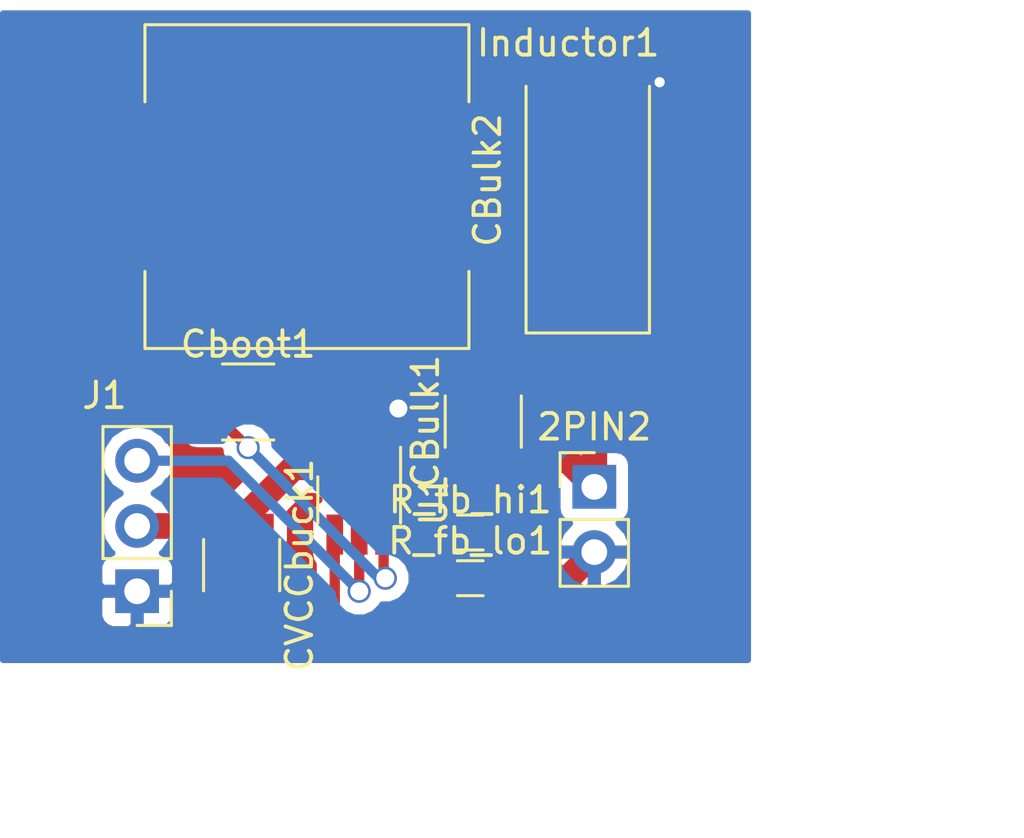
<source format=kicad_pcb>
(kicad_pcb (version 4) (host pcbnew 4.0.5)

  (general
    (links 18)
    (no_connects 0)
    (area 124.206 91.186 167.87 125.890001)
    (thickness 1.6)
    (drawings 2)
    (tracks 54)
    (zones 0)
    (modules 10)
    (nets 8)
  )

  (page A4)
  (layers
    (0 F.Cu signal)
    (31 B.Cu signal)
    (32 B.Adhes user)
    (33 F.Adhes user)
    (34 B.Paste user)
    (35 F.Paste user)
    (36 B.SilkS user)
    (37 F.SilkS user)
    (38 B.Mask user)
    (39 F.Mask user)
    (40 Dwgs.User user)
    (41 Cmts.User user)
    (42 Eco1.User user)
    (43 Eco2.User user)
    (44 Edge.Cuts user)
    (45 Margin user)
    (46 B.CrtYd user)
    (47 F.CrtYd user)
    (48 B.Fab user)
    (49 F.Fab user)
  )

  (setup
    (last_trace_width 0.4)
    (user_trace_width 0.4)
    (user_trace_width 1)
    (user_trace_width 1.5)
    (trace_clearance 0.2)
    (zone_clearance 0.45)
    (zone_45_only no)
    (trace_min 0.2)
    (segment_width 0.2)
    (edge_width 0.15)
    (via_size 0.9)
    (via_drill 0.7)
    (via_min_size 0.4)
    (via_min_drill 0.3)
    (uvia_size 0.3)
    (uvia_drill 0.1)
    (uvias_allowed no)
    (uvia_min_size 0.2)
    (uvia_min_drill 0.1)
    (pcb_text_width 0.3)
    (pcb_text_size 1.5 1.5)
    (mod_edge_width 0.15)
    (mod_text_size 1 1)
    (mod_text_width 0.15)
    (pad_size 1.524 1.524)
    (pad_drill 0.762)
    (pad_to_mask_clearance 0.2)
    (aux_axis_origin 0 0)
    (visible_elements 7FFFFFFF)
    (pcbplotparams
      (layerselection 0x00030_80000001)
      (usegerberextensions false)
      (excludeedgelayer true)
      (linewidth 0.100000)
      (plotframeref false)
      (viasonmask false)
      (mode 1)
      (useauxorigin false)
      (hpglpennumber 1)
      (hpglpenspeed 20)
      (hpglpendiameter 15)
      (hpglpenoverlay 2)
      (psnegative false)
      (psa4output false)
      (plotreference true)
      (plotvalue true)
      (plotinvisibletext false)
      (padsonsilk false)
      (subtractmaskfromsilk false)
      (outputformat 1)
      (mirror false)
      (drillshape 1)
      (scaleselection 1)
      (outputdirectory ""))
  )

  (net 0 "")
  (net 1 GND)
  (net 2 "Net-(2PIN2-Pad1)")
  (net 3 "Net-(Cboot1-Pad1)")
  (net 4 "Net-(Cboot1-Pad2)")
  (net 5 "Net-(R_fb_hi1-Pad2)")
  (net 6 "Net-(CVCCbuck1-Pad1)")
  (net 7 "Net-(J1-Pad3)")

  (net_class Default "This is the default net class."
    (clearance 0.2)
    (trace_width 0.25)
    (via_dia 0.9)
    (via_drill 0.7)
    (uvia_dia 0.3)
    (uvia_drill 0.1)
    (add_net GND)
    (add_net "Net-(2PIN2-Pad1)")
    (add_net "Net-(CVCCbuck1-Pad1)")
    (add_net "Net-(Cboot1-Pad1)")
    (add_net "Net-(Cboot1-Pad2)")
    (add_net "Net-(J1-Pad3)")
    (add_net "Net-(R_fb_hi1-Pad2)")
  )

  (module Socket_Strips:Socket_Strip_Straight_1x02_Pitch2.54mm (layer F.Cu) (tedit 594141DF) (tstamp 59413D1A)
    (at 147.32 110.236)
    (descr "Through hole straight socket strip, 1x02, 2.54mm pitch, single row")
    (tags "Through hole socket strip THT 1x02 2.54mm single row")
    (path /59413F47)
    (fp_text reference 2PIN2 (at 0 -2.33) (layer F.SilkS)
      (effects (font (size 1 1) (thickness 0.15)))
    )
    (fp_text value INPUT (at 3.048 1.524 90) (layer F.Fab)
      (effects (font (size 1 1) (thickness 0.15)))
    )
    (fp_line (start -1.27 -1.27) (end -1.27 3.81) (layer F.Fab) (width 0.1))
    (fp_line (start -1.27 3.81) (end 1.27 3.81) (layer F.Fab) (width 0.1))
    (fp_line (start 1.27 3.81) (end 1.27 -1.27) (layer F.Fab) (width 0.1))
    (fp_line (start 1.27 -1.27) (end -1.27 -1.27) (layer F.Fab) (width 0.1))
    (fp_line (start -1.33 1.27) (end -1.33 3.87) (layer F.SilkS) (width 0.12))
    (fp_line (start -1.33 3.87) (end 1.33 3.87) (layer F.SilkS) (width 0.12))
    (fp_line (start 1.33 3.87) (end 1.33 1.27) (layer F.SilkS) (width 0.12))
    (fp_line (start 1.33 1.27) (end -1.33 1.27) (layer F.SilkS) (width 0.12))
    (fp_line (start -1.33 0) (end -1.33 -1.33) (layer F.SilkS) (width 0.12))
    (fp_line (start -1.33 -1.33) (end 0 -1.33) (layer F.SilkS) (width 0.12))
    (fp_line (start -1.8 -1.8) (end -1.8 4.35) (layer F.CrtYd) (width 0.05))
    (fp_line (start -1.8 4.35) (end 1.8 4.35) (layer F.CrtYd) (width 0.05))
    (fp_line (start 1.8 4.35) (end 1.8 -1.8) (layer F.CrtYd) (width 0.05))
    (fp_line (start 1.8 -1.8) (end -1.8 -1.8) (layer F.CrtYd) (width 0.05))
    (fp_text user %R (at 0 -2.33) (layer F.Fab)
      (effects (font (size 1 1) (thickness 0.15)))
    )
    (pad 1 thru_hole rect (at 0 0) (size 1.7 1.7) (drill 1) (layers *.Cu *.Mask)
      (net 2 "Net-(2PIN2-Pad1)"))
    (pad 2 thru_hole oval (at 0 2.54) (size 1.7 1.7) (drill 1) (layers *.Cu *.Mask)
      (net 1 GND))
    (model ${KISYS3DMOD}/Socket_Strips.3dshapes/Socket_Strip_Straight_1x02_Pitch2.54mm.wrl
      (at (xyz 0 -0.05 0))
      (scale (xyz 1 1 1))
      (rotate (xyz 0 0 270))
    )
  )

  (module Capacitors_SMD:C_1210 (layer F.Cu) (tedit 594141F7) (tstamp 59413D20)
    (at 133.858 106.934)
    (descr "Capacitor SMD 1210, reflow soldering, AVX (see smccp.pdf)")
    (tags "capacitor 1210")
    (path /5940394E)
    (attr smd)
    (fp_text reference Cboot1 (at 0 -2.25) (layer F.SilkS)
      (effects (font (size 1 1) (thickness 0.15)))
    )
    (fp_text value .1uF (at 0 2.5) (layer F.Fab)
      (effects (font (size 1 1) (thickness 0.15)))
    )
    (fp_text user %R (at -2.54 -2.032) (layer F.Fab)
      (effects (font (size 1 1) (thickness 0.15)))
    )
    (fp_line (start -1.6 1.25) (end -1.6 -1.25) (layer F.Fab) (width 0.1))
    (fp_line (start 1.6 1.25) (end -1.6 1.25) (layer F.Fab) (width 0.1))
    (fp_line (start 1.6 -1.25) (end 1.6 1.25) (layer F.Fab) (width 0.1))
    (fp_line (start -1.6 -1.25) (end 1.6 -1.25) (layer F.Fab) (width 0.1))
    (fp_line (start 1 -1.48) (end -1 -1.48) (layer F.SilkS) (width 0.12))
    (fp_line (start -1 1.48) (end 1 1.48) (layer F.SilkS) (width 0.12))
    (fp_line (start -2.25 -1.5) (end 2.25 -1.5) (layer F.CrtYd) (width 0.05))
    (fp_line (start -2.25 -1.5) (end -2.25 1.5) (layer F.CrtYd) (width 0.05))
    (fp_line (start 2.25 1.5) (end 2.25 -1.5) (layer F.CrtYd) (width 0.05))
    (fp_line (start 2.25 1.5) (end -2.25 1.5) (layer F.CrtYd) (width 0.05))
    (pad 1 smd rect (at -1.5 0) (size 1 2.5) (layers F.Cu F.Paste F.Mask)
      (net 3 "Net-(Cboot1-Pad1)"))
    (pad 2 smd rect (at 1.5 0) (size 1 2.5) (layers F.Cu F.Paste F.Mask)
      (net 4 "Net-(Cboot1-Pad2)"))
    (model Capacitors_SMD.3dshapes/C_1210.wrl
      (at (xyz 0 0 0))
      (scale (xyz 1 1 1))
      (rotate (xyz 0 0 0))
    )
  )

  (module Capacitors_SMD:C_1210 (layer F.Cu) (tedit 5942314F) (tstamp 59413D32)
    (at 133.604 113.284 270)
    (descr "Capacitor SMD 1210, reflow soldering, AVX (see smccp.pdf)")
    (tags "capacitor 1210")
    (path /59403842)
    (attr smd)
    (fp_text reference CVCCbuck1 (at 0 -2.25 270) (layer F.SilkS)
      (effects (font (size 1 1) (thickness 0.15)))
    )
    (fp_text value 10u (at 0 2.5 270) (layer F.Fab)
      (effects (font (size 1 1) (thickness 0.15)))
    )
    (fp_text user %R (at -0.254 -2.286 450) (layer F.Fab)
      (effects (font (size 1 1) (thickness 0.15)))
    )
    (fp_line (start -1.6 1.25) (end -1.6 -1.25) (layer F.Fab) (width 0.1))
    (fp_line (start 1.6 1.25) (end -1.6 1.25) (layer F.Fab) (width 0.1))
    (fp_line (start 1.6 -1.25) (end 1.6 1.25) (layer F.Fab) (width 0.1))
    (fp_line (start -1.6 -1.25) (end 1.6 -1.25) (layer F.Fab) (width 0.1))
    (fp_line (start 1 -1.48) (end -1 -1.48) (layer F.SilkS) (width 0.12))
    (fp_line (start -1 1.48) (end 1 1.48) (layer F.SilkS) (width 0.12))
    (fp_line (start -2.25 -1.5) (end 2.25 -1.5) (layer F.CrtYd) (width 0.05))
    (fp_line (start -2.25 -1.5) (end -2.25 1.5) (layer F.CrtYd) (width 0.05))
    (fp_line (start 2.25 1.5) (end 2.25 -1.5) (layer F.CrtYd) (width 0.05))
    (fp_line (start 2.25 1.5) (end -2.25 1.5) (layer F.CrtYd) (width 0.05))
    (pad 1 smd rect (at -1.5 0 270) (size 1 2.5) (layers F.Cu F.Paste F.Mask)
      (net 6 "Net-(CVCCbuck1-Pad1)"))
    (pad 2 smd rect (at 1.5 0 270) (size 1 2.5) (layers F.Cu F.Paste F.Mask)
      (net 1 GND))
    (model Capacitors_SMD.3dshapes/C_1210.wrl
      (at (xyz 0 0 0))
      (scale (xyz 1 1 1))
      (rotate (xyz 0 0 0))
    )
  )

  (module Resistors_SMD:R_0603_HandSoldering (layer F.Cu) (tedit 59414207) (tstamp 59413D3E)
    (at 142.494 112.014 180)
    (descr "Resistor SMD 0603, hand soldering")
    (tags "resistor 0603")
    (path /59413B5E)
    (attr smd)
    (fp_text reference R_fb_hi1 (at 0 1.27 180) (layer F.SilkS)
      (effects (font (size 1 1) (thickness 0.15)))
    )
    (fp_text value R (at 0 1.55 180) (layer F.Fab)
      (effects (font (size 1 1) (thickness 0.15)))
    )
    (fp_text user %R (at 0 1.27 180) (layer F.Fab)
      (effects (font (size 1 1) (thickness 0.15)))
    )
    (fp_line (start -0.8 0.4) (end -0.8 -0.4) (layer F.Fab) (width 0.1))
    (fp_line (start 0.8 0.4) (end -0.8 0.4) (layer F.Fab) (width 0.1))
    (fp_line (start 0.8 -0.4) (end 0.8 0.4) (layer F.Fab) (width 0.1))
    (fp_line (start -0.8 -0.4) (end 0.8 -0.4) (layer F.Fab) (width 0.1))
    (fp_line (start 0.5 0.68) (end -0.5 0.68) (layer F.SilkS) (width 0.12))
    (fp_line (start -0.5 -0.68) (end 0.5 -0.68) (layer F.SilkS) (width 0.12))
    (fp_line (start -1.96 -0.7) (end 1.95 -0.7) (layer F.CrtYd) (width 0.05))
    (fp_line (start -1.96 -0.7) (end -1.96 0.7) (layer F.CrtYd) (width 0.05))
    (fp_line (start 1.95 0.7) (end 1.95 -0.7) (layer F.CrtYd) (width 0.05))
    (fp_line (start 1.95 0.7) (end -1.96 0.7) (layer F.CrtYd) (width 0.05))
    (pad 1 smd rect (at -1.1 0 180) (size 1.2 0.9) (layers F.Cu F.Paste F.Mask)
      (net 2 "Net-(2PIN2-Pad1)"))
    (pad 2 smd rect (at 1.1 0 180) (size 1.2 0.9) (layers F.Cu F.Paste F.Mask)
      (net 5 "Net-(R_fb_hi1-Pad2)"))
    (model Resistors_SMD.3dshapes/R_0603.wrl
      (at (xyz 0 0 0))
      (scale (xyz 1 1 1))
      (rotate (xyz 0 0 0))
    )
  )

  (module Resistors_SMD:R_0603_HandSoldering (layer F.Cu) (tedit 59414210) (tstamp 59413D44)
    (at 142.494 113.792)
    (descr "Resistor SMD 0603, hand soldering")
    (tags "resistor 0603")
    (path /59413B91)
    (attr smd)
    (fp_text reference R_fb_lo1 (at 0 -1.45) (layer F.SilkS)
      (effects (font (size 1 1) (thickness 0.15)))
    )
    (fp_text value R (at 2.54 1.27) (layer F.Fab)
      (effects (font (size 1 1) (thickness 0.15)))
    )
    (fp_text user %R (at 0 -1.27) (layer F.Fab)
      (effects (font (size 1 1) (thickness 0.15)))
    )
    (fp_line (start -0.8 0.4) (end -0.8 -0.4) (layer F.Fab) (width 0.1))
    (fp_line (start 0.8 0.4) (end -0.8 0.4) (layer F.Fab) (width 0.1))
    (fp_line (start 0.8 -0.4) (end 0.8 0.4) (layer F.Fab) (width 0.1))
    (fp_line (start -0.8 -0.4) (end 0.8 -0.4) (layer F.Fab) (width 0.1))
    (fp_line (start 0.5 0.68) (end -0.5 0.68) (layer F.SilkS) (width 0.12))
    (fp_line (start -0.5 -0.68) (end 0.5 -0.68) (layer F.SilkS) (width 0.12))
    (fp_line (start -1.96 -0.7) (end 1.95 -0.7) (layer F.CrtYd) (width 0.05))
    (fp_line (start -1.96 -0.7) (end -1.96 0.7) (layer F.CrtYd) (width 0.05))
    (fp_line (start 1.95 0.7) (end 1.95 -0.7) (layer F.CrtYd) (width 0.05))
    (fp_line (start 1.95 0.7) (end -1.96 0.7) (layer F.CrtYd) (width 0.05))
    (pad 1 smd rect (at -1.1 0) (size 1.2 0.9) (layers F.Cu F.Paste F.Mask)
      (net 5 "Net-(R_fb_hi1-Pad2)"))
    (pad 2 smd rect (at 1.1 0) (size 1.2 0.9) (layers F.Cu F.Paste F.Mask)
      (net 1 GND))
    (model Resistors_SMD.3dshapes/R_0603.wrl
      (at (xyz 0 0 0))
      (scale (xyz 1 1 1))
      (rotate (xyz 0 0 0))
    )
  )

  (module TO_SOT_Packages_SMD:SOT-23-6_Handsoldering (layer F.Cu) (tedit 594141F0) (tstamp 59413D4E)
    (at 138.176 110.744 270)
    (descr "6-pin SOT-23 package, Handsoldering")
    (tags "SOT-23-6 Handsoldering")
    (path /5940377C)
    (attr smd)
    (fp_text reference U1 (at 0 -2.9 270) (layer F.SilkS)
      (effects (font (size 1 1) (thickness 0.15)))
    )
    (fp_text value TPS54302 (at 3.556 0 360) (layer F.Fab)
      (effects (font (size 1 1) (thickness 0.15)))
    )
    (fp_text user %R (at 0 0 270) (layer F.Fab)
      (effects (font (size 0.5 0.5) (thickness 0.075)))
    )
    (fp_line (start -0.9 1.61) (end 0.9 1.61) (layer F.SilkS) (width 0.12))
    (fp_line (start 0.9 -1.61) (end -2.05 -1.61) (layer F.SilkS) (width 0.12))
    (fp_line (start -2.4 1.8) (end -2.4 -1.8) (layer F.CrtYd) (width 0.05))
    (fp_line (start 2.4 1.8) (end -2.4 1.8) (layer F.CrtYd) (width 0.05))
    (fp_line (start 2.4 -1.8) (end 2.4 1.8) (layer F.CrtYd) (width 0.05))
    (fp_line (start -2.4 -1.8) (end 2.4 -1.8) (layer F.CrtYd) (width 0.05))
    (fp_line (start -0.9 -0.9) (end -0.25 -1.55) (layer F.Fab) (width 0.1))
    (fp_line (start 0.9 -1.55) (end -0.25 -1.55) (layer F.Fab) (width 0.1))
    (fp_line (start -0.9 -0.9) (end -0.9 1.55) (layer F.Fab) (width 0.1))
    (fp_line (start 0.9 1.55) (end -0.9 1.55) (layer F.Fab) (width 0.1))
    (fp_line (start 0.9 -1.55) (end 0.9 1.55) (layer F.Fab) (width 0.1))
    (pad 1 smd rect (at -1.35 -0.95 270) (size 1.56 0.65) (layers F.Cu F.Paste F.Mask)
      (net 1 GND))
    (pad 2 smd rect (at -1.35 0 270) (size 1.56 0.65) (layers F.Cu F.Paste F.Mask)
      (net 4 "Net-(Cboot1-Pad2)"))
    (pad 3 smd rect (at -1.35 0.95 270) (size 1.56 0.65) (layers F.Cu F.Paste F.Mask)
      (net 6 "Net-(CVCCbuck1-Pad1)"))
    (pad 4 smd rect (at 1.35 0.95 270) (size 1.56 0.65) (layers F.Cu F.Paste F.Mask)
      (net 5 "Net-(R_fb_hi1-Pad2)"))
    (pad 6 smd rect (at 1.35 -0.95 270) (size 1.56 0.65) (layers F.Cu F.Paste F.Mask)
      (net 3 "Net-(Cboot1-Pad1)"))
    (pad 5 smd rect (at 1.35 0 270) (size 1.56 0.65) (layers F.Cu F.Paste F.Mask)
      (net 7 "Net-(J1-Pad3)"))
    (model ${KISYS3DMOD}/TO_SOT_Packages_SMD.3dshapes/SOT-23-6.wrl
      (at (xyz 0 0 0))
      (scale (xyz 1 1 1))
      (rotate (xyz 0 0 0))
    )
  )

  (module Capacitors_SMD:C_1210 (layer F.Cu) (tedit 5941421C) (tstamp 59413E6C)
    (at 143.002 107.696 90)
    (descr "Capacitor SMD 1210, reflow soldering, AVX (see smccp.pdf)")
    (tags "capacitor 1210")
    (path /59413BFF)
    (attr smd)
    (fp_text reference CBulk1 (at 0 -2.25 90) (layer F.SilkS)
      (effects (font (size 1 1) (thickness 0.15)))
    )
    (fp_text value C (at 0 2.5 90) (layer F.Fab)
      (effects (font (size 1 1) (thickness 0.15)))
    )
    (fp_text user %R (at 3.048 0.508 180) (layer F.Fab)
      (effects (font (size 1 1) (thickness 0.15)))
    )
    (fp_line (start -1.6 1.25) (end -1.6 -1.25) (layer F.Fab) (width 0.1))
    (fp_line (start 1.6 1.25) (end -1.6 1.25) (layer F.Fab) (width 0.1))
    (fp_line (start 1.6 -1.25) (end 1.6 1.25) (layer F.Fab) (width 0.1))
    (fp_line (start -1.6 -1.25) (end 1.6 -1.25) (layer F.Fab) (width 0.1))
    (fp_line (start 1 -1.48) (end -1 -1.48) (layer F.SilkS) (width 0.12))
    (fp_line (start -1 1.48) (end 1 1.48) (layer F.SilkS) (width 0.12))
    (fp_line (start -2.25 -1.5) (end 2.25 -1.5) (layer F.CrtYd) (width 0.05))
    (fp_line (start -2.25 -1.5) (end -2.25 1.5) (layer F.CrtYd) (width 0.05))
    (fp_line (start 2.25 1.5) (end 2.25 -1.5) (layer F.CrtYd) (width 0.05))
    (fp_line (start 2.25 1.5) (end -2.25 1.5) (layer F.CrtYd) (width 0.05))
    (pad 1 smd rect (at -1.5 0 90) (size 1 2.5) (layers F.Cu F.Paste F.Mask)
      (net 2 "Net-(2PIN2-Pad1)"))
    (pad 2 smd rect (at 1.5 0 90) (size 1 2.5) (layers F.Cu F.Paste F.Mask)
      (net 1 GND))
    (model Capacitors_SMD.3dshapes/C_1210.wrl
      (at (xyz 0 0 0))
      (scale (xyz 1 1 1))
      (rotate (xyz 0 0 0))
    )
  )

  (module Capacitors_Tantalum_SMD:CP_Tantalum_Case-D_EIA-7343-31_Hand (layer F.Cu) (tedit 57B6E980) (tstamp 59413E72)
    (at 147.066 98.298 90)
    (descr "Tantalum capacitor, Case D, EIA 7343-31, 7.3x4.3x2.8mm, Hand soldering footprint")
    (tags "capacitor tantalum smd")
    (path /59413C30)
    (attr smd)
    (fp_text reference CBulk2 (at 0 -3.9 90) (layer F.SilkS)
      (effects (font (size 1 1) (thickness 0.15)))
    )
    (fp_text value C (at 0 3.9 90) (layer F.Fab)
      (effects (font (size 1 1) (thickness 0.15)))
    )
    (fp_line (start -6.05 -2.5) (end -6.05 2.5) (layer F.CrtYd) (width 0.05))
    (fp_line (start -6.05 2.5) (end 6.05 2.5) (layer F.CrtYd) (width 0.05))
    (fp_line (start 6.05 2.5) (end 6.05 -2.5) (layer F.CrtYd) (width 0.05))
    (fp_line (start 6.05 -2.5) (end -6.05 -2.5) (layer F.CrtYd) (width 0.05))
    (fp_line (start -3.65 -2.15) (end -3.65 2.15) (layer F.Fab) (width 0.1))
    (fp_line (start -3.65 2.15) (end 3.65 2.15) (layer F.Fab) (width 0.1))
    (fp_line (start 3.65 2.15) (end 3.65 -2.15) (layer F.Fab) (width 0.1))
    (fp_line (start 3.65 -2.15) (end -3.65 -2.15) (layer F.Fab) (width 0.1))
    (fp_line (start -2.92 -2.15) (end -2.92 2.15) (layer F.Fab) (width 0.1))
    (fp_line (start -2.555 -2.15) (end -2.555 2.15) (layer F.Fab) (width 0.1))
    (fp_line (start -5.95 -2.4) (end 3.65 -2.4) (layer F.SilkS) (width 0.12))
    (fp_line (start -5.95 2.4) (end 3.65 2.4) (layer F.SilkS) (width 0.12))
    (fp_line (start -5.95 -2.4) (end -5.95 2.4) (layer F.SilkS) (width 0.12))
    (pad 1 smd rect (at -3.775 0 90) (size 3.75 2.7) (layers F.Cu F.Paste F.Mask)
      (net 2 "Net-(2PIN2-Pad1)"))
    (pad 2 smd rect (at 3.775 0 90) (size 3.75 2.7) (layers F.Cu F.Paste F.Mask)
      (net 1 GND))
    (model Capacitors_Tantalum_SMD.3dshapes/CP_Tantalum_Case-D_EIA-7343-31.wrl
      (at (xyz 0 0 0))
      (scale (xyz 1 1 1))
      (rotate (xyz 0 0 0))
    )
  )

  (module Inductors_SMD:L_12x12mm_h4.5mm (layer F.Cu) (tedit 5941422C) (tstamp 59414029)
    (at 136.144 98.552)
    (descr "Choke, SMD, 12x12mm 4.5mm height")
    (tags "Choke SMD")
    (path /59413B1A)
    (attr smd)
    (fp_text reference Inductor1 (at 10.16 -5.588) (layer F.SilkS)
      (effects (font (size 1 1) (thickness 0.15)))
    )
    (fp_text value L (at 0 8.89) (layer F.Fab)
      (effects (font (size 1 1) (thickness 0.15)))
    )
    (fp_line (start 6.3 3.3) (end 6.3 6.3) (layer F.SilkS) (width 0.12))
    (fp_line (start 6.3 6.3) (end -6.3 6.3) (layer F.SilkS) (width 0.12))
    (fp_line (start -6.3 6.3) (end -6.3 3.3) (layer F.SilkS) (width 0.12))
    (fp_line (start -6.3 -3.3) (end -6.3 -6.3) (layer F.SilkS) (width 0.12))
    (fp_line (start -6.3 -6.3) (end 6.3 -6.3) (layer F.SilkS) (width 0.12))
    (fp_line (start 6.3 -6.3) (end 6.3 -3.3) (layer F.SilkS) (width 0.12))
    (fp_line (start -6.86 -6.6) (end 6.86 -6.6) (layer F.CrtYd) (width 0.05))
    (fp_line (start 6.86 -6.6) (end 6.86 6.6) (layer F.CrtYd) (width 0.05))
    (fp_line (start 6.86 6.6) (end -6.86 6.6) (layer F.CrtYd) (width 0.05))
    (fp_line (start -6.86 6.6) (end -6.86 -6.6) (layer F.CrtYd) (width 0.05))
    (fp_line (start 4.9 3.3) (end 5 3.4) (layer F.Fab) (width 0.1))
    (fp_line (start 5 3.4) (end 5.1 3.8) (layer F.Fab) (width 0.1))
    (fp_line (start 5.1 3.8) (end 5 4.3) (layer F.Fab) (width 0.1))
    (fp_line (start 5 4.3) (end 4.8 4.6) (layer F.Fab) (width 0.1))
    (fp_line (start 4.8 4.6) (end 4.5 5) (layer F.Fab) (width 0.1))
    (fp_line (start 4.5 5) (end 4 5.1) (layer F.Fab) (width 0.1))
    (fp_line (start 4 5.1) (end 3.5 5) (layer F.Fab) (width 0.1))
    (fp_line (start 3.5 5) (end 3.1 4.7) (layer F.Fab) (width 0.1))
    (fp_line (start 3.1 4.7) (end 3 4.6) (layer F.Fab) (width 0.1))
    (fp_line (start 3 4.6) (end 2.4 5) (layer F.Fab) (width 0.1))
    (fp_line (start 2.4 5) (end 1.6 5.3) (layer F.Fab) (width 0.1))
    (fp_line (start 1.6 5.3) (end 0.6 5.5) (layer F.Fab) (width 0.1))
    (fp_line (start 0.6 5.5) (end -0.6 5.5) (layer F.Fab) (width 0.1))
    (fp_line (start -0.6 5.5) (end -1.5 5.3) (layer F.Fab) (width 0.1))
    (fp_line (start -1.5 5.3) (end -2.1 5.1) (layer F.Fab) (width 0.1))
    (fp_line (start -2.1 5.1) (end -2.6 4.9) (layer F.Fab) (width 0.1))
    (fp_line (start -2.6 4.9) (end -3 4.7) (layer F.Fab) (width 0.1))
    (fp_line (start -3 4.7) (end -3.3 4.9) (layer F.Fab) (width 0.1))
    (fp_line (start -3.3 4.9) (end -3.9 5.1) (layer F.Fab) (width 0.1))
    (fp_line (start -3.9 5.1) (end -4.3 5) (layer F.Fab) (width 0.1))
    (fp_line (start -4.3 5) (end -4.6 4.8) (layer F.Fab) (width 0.1))
    (fp_line (start -4.6 4.8) (end -4.9 4.6) (layer F.Fab) (width 0.1))
    (fp_line (start -4.9 4.6) (end -5.1 4.1) (layer F.Fab) (width 0.1))
    (fp_line (start -5.1 4.1) (end -5 3.6) (layer F.Fab) (width 0.1))
    (fp_line (start -5 3.6) (end -4.8 3.2) (layer F.Fab) (width 0.1))
    (fp_line (start 4.9 -3.3) (end 5 -3.6) (layer F.Fab) (width 0.1))
    (fp_line (start 5 -3.6) (end 5.1 -4) (layer F.Fab) (width 0.1))
    (fp_line (start 5.1 -4) (end 5 -4.3) (layer F.Fab) (width 0.1))
    (fp_line (start 5 -4.3) (end 4.8 -4.7) (layer F.Fab) (width 0.1))
    (fp_line (start 4.8 -4.7) (end 4.5 -4.9) (layer F.Fab) (width 0.1))
    (fp_line (start 4.5 -4.9) (end 4.2 -5.1) (layer F.Fab) (width 0.1))
    (fp_line (start 4.2 -5.1) (end 3.9 -5.1) (layer F.Fab) (width 0.1))
    (fp_line (start 3.9 -5.1) (end 3.6 -5) (layer F.Fab) (width 0.1))
    (fp_line (start 3.6 -5) (end 3.3 -4.9) (layer F.Fab) (width 0.1))
    (fp_line (start 3.3 -4.9) (end 3 -4.6) (layer F.Fab) (width 0.1))
    (fp_line (start 3 -4.6) (end 2.6 -4.9) (layer F.Fab) (width 0.1))
    (fp_line (start 2.6 -4.9) (end 2.2 -5.1) (layer F.Fab) (width 0.1))
    (fp_line (start 2.2 -5.1) (end 1.7 -5.3) (layer F.Fab) (width 0.1))
    (fp_line (start 1.7 -5.3) (end 0.9 -5.5) (layer F.Fab) (width 0.1))
    (fp_line (start 0.9 -5.5) (end 0 -5.6) (layer F.Fab) (width 0.1))
    (fp_line (start 0 -5.6) (end -0.8 -5.5) (layer F.Fab) (width 0.1))
    (fp_line (start -0.8 -5.5) (end -1.7 -5.3) (layer F.Fab) (width 0.1))
    (fp_line (start -1.7 -5.3) (end -2.6 -4.9) (layer F.Fab) (width 0.1))
    (fp_line (start -2.6 -4.9) (end -3 -4.7) (layer F.Fab) (width 0.1))
    (fp_line (start -3 -4.7) (end -3.3 -4.9) (layer F.Fab) (width 0.1))
    (fp_line (start -3.3 -4.9) (end -3.7 -5.1) (layer F.Fab) (width 0.1))
    (fp_line (start -3.7 -5.1) (end -4.2 -5) (layer F.Fab) (width 0.1))
    (fp_line (start -4.2 -5) (end -4.6 -4.8) (layer F.Fab) (width 0.1))
    (fp_line (start -4.6 -4.8) (end -4.9 -4.5) (layer F.Fab) (width 0.1))
    (fp_line (start -4.9 -4.5) (end -5.1 -4) (layer F.Fab) (width 0.1))
    (fp_line (start -5.1 -4) (end -5 -3.5) (layer F.Fab) (width 0.1))
    (fp_line (start -5 -3.5) (end -4.8 -3.2) (layer F.Fab) (width 0.1))
    (fp_line (start -6.2 3.3) (end -6.2 6.2) (layer F.Fab) (width 0.1))
    (fp_line (start -6.2 6.2) (end 6.2 6.2) (layer F.Fab) (width 0.1))
    (fp_line (start 6.2 6.2) (end 6.2 3.3) (layer F.Fab) (width 0.1))
    (fp_line (start 6.2 -6.2) (end -6.2 -6.2) (layer F.Fab) (width 0.1))
    (fp_line (start -6.2 -6.2) (end -6.2 -3.3) (layer F.Fab) (width 0.1))
    (fp_line (start 6.2 -6.2) (end 6.2 -3.3) (layer F.Fab) (width 0.1))
    (fp_circle (center 0 0) (end 0.9 0) (layer F.Adhes) (width 0.38))
    (fp_circle (center 0 0) (end 0.55 0) (layer F.Adhes) (width 0.38))
    (fp_circle (center 0 0) (end 0.15 0.15) (layer F.Adhes) (width 0.38))
    (fp_circle (center -2.1 3) (end -1.8 3.25) (layer F.Fab) (width 0.1))
    (pad 1 smd rect (at -4.95 0) (size 2.9 5.4) (layers F.Cu F.Paste F.Mask)
      (net 4 "Net-(Cboot1-Pad2)"))
    (pad 2 smd rect (at 4.95 0) (size 2.9 5.4) (layers F.Cu F.Paste F.Mask)
      (net 2 "Net-(2PIN2-Pad1)"))
    (model Inductors_SMD.3dshapes\L_12x12mm_h4.5mm.wrl
      (at (xyz 0 0 0))
      (scale (xyz 4 4 4))
      (rotate (xyz 0 0 0))
    )
  )

  (module Socket_Strips:Socket_Strip_Straight_1x03_Pitch2.54mm (layer F.Cu) (tedit 59423149) (tstamp 59422DB2)
    (at 129.54 114.3 180)
    (descr "Through hole straight socket strip, 1x03, 2.54mm pitch, single row")
    (tags "Through hole socket strip THT 1x03 2.54mm single row")
    (path /59422F1E)
    (fp_text reference J1 (at 1.27 7.62 180) (layer F.SilkS)
      (effects (font (size 1 1) (thickness 0.15)))
    )
    (fp_text value "GND VIN EN" (at 2.54 2.54 270) (layer F.Fab)
      (effects (font (size 1 1) (thickness 0.15)))
    )
    (fp_line (start -1.27 -1.27) (end -1.27 6.35) (layer F.Fab) (width 0.1))
    (fp_line (start -1.27 6.35) (end 1.27 6.35) (layer F.Fab) (width 0.1))
    (fp_line (start 1.27 6.35) (end 1.27 -1.27) (layer F.Fab) (width 0.1))
    (fp_line (start 1.27 -1.27) (end -1.27 -1.27) (layer F.Fab) (width 0.1))
    (fp_line (start -1.33 1.27) (end -1.33 6.41) (layer F.SilkS) (width 0.12))
    (fp_line (start -1.33 6.41) (end 1.33 6.41) (layer F.SilkS) (width 0.12))
    (fp_line (start 1.33 6.41) (end 1.33 1.27) (layer F.SilkS) (width 0.12))
    (fp_line (start 1.33 1.27) (end -1.33 1.27) (layer F.SilkS) (width 0.12))
    (fp_line (start -1.33 0) (end -1.33 -1.33) (layer F.SilkS) (width 0.12))
    (fp_line (start -1.33 -1.33) (end 0 -1.33) (layer F.SilkS) (width 0.12))
    (fp_line (start -1.8 -1.8) (end -1.8 6.85) (layer F.CrtYd) (width 0.05))
    (fp_line (start -1.8 6.85) (end 1.8 6.85) (layer F.CrtYd) (width 0.05))
    (fp_line (start 1.8 6.85) (end 1.8 -1.8) (layer F.CrtYd) (width 0.05))
    (fp_line (start 1.8 -1.8) (end -1.8 -1.8) (layer F.CrtYd) (width 0.05))
    (fp_text user %R (at 1.27 7.62 180) (layer F.Fab)
      (effects (font (size 1 1) (thickness 0.15)))
    )
    (pad 1 thru_hole rect (at 0 0 180) (size 1.7 1.7) (drill 1) (layers *.Cu *.Mask)
      (net 1 GND))
    (pad 2 thru_hole oval (at 0 2.54 180) (size 1.7 1.7) (drill 1) (layers *.Cu *.Mask)
      (net 6 "Net-(CVCCbuck1-Pad1)"))
    (pad 3 thru_hole oval (at 0 5.08 180) (size 1.7 1.7) (drill 1) (layers *.Cu *.Mask)
      (net 7 "Net-(J1-Pad3)"))
    (model ${KISYS3DMOD}/Socket_Strips.3dshapes/Socket_Strip_Straight_1x03_Pitch2.54mm.wrl
      (at (xyz 0 -0.1 0))
      (scale (xyz 1 1 1))
      (rotate (xyz 0 0 270))
    )
  )

  (dimension 29.21 (width 0.3) (layer Dwgs.User)
    (gr_text "29.210 mm" (at 139.065 124.54) (layer Dwgs.User)
      (effects (font (size 1.5 1.5) (thickness 0.3)))
    )
    (feature1 (pts (xy 153.67 119.38) (xy 153.67 125.89)))
    (feature2 (pts (xy 124.46 119.38) (xy 124.46 125.89)))
    (crossbar (pts (xy 124.46 123.19) (xy 153.67 123.19)))
    (arrow1a (pts (xy 153.67 123.19) (xy 152.543496 123.776421)))
    (arrow1b (pts (xy 153.67 123.19) (xy 152.543496 122.603579)))
    (arrow2a (pts (xy 124.46 123.19) (xy 125.586504 123.776421)))
    (arrow2b (pts (xy 124.46 123.19) (xy 125.586504 122.603579)))
  )
  (dimension 25.4 (width 0.3) (layer Dwgs.User)
    (gr_text "25.400 mm" (at 161.37 104.14 90) (layer Dwgs.User)
      (effects (font (size 1.5 1.5) (thickness 0.3)))
    )
    (feature1 (pts (xy 154.94 91.44) (xy 162.72 91.44)))
    (feature2 (pts (xy 154.94 116.84) (xy 162.72 116.84)))
    (crossbar (pts (xy 160.02 116.84) (xy 160.02 91.44)))
    (arrow1a (pts (xy 160.02 91.44) (xy 160.606421 92.566504)))
    (arrow1b (pts (xy 160.02 91.44) (xy 159.433579 92.566504)))
    (arrow2a (pts (xy 160.02 116.84) (xy 160.606421 115.713496)))
    (arrow2b (pts (xy 160.02 116.84) (xy 159.433579 115.713496)))
  )

  (segment (start 147.066 94.523) (end 149.825 94.523) (width 1) (layer F.Cu) (net 1))
  (via (at 149.86 94.488) (size 0.6) (drill 0.4) (layers F.Cu B.Cu) (net 1))
  (segment (start 149.825 94.523) (end 149.86 94.488) (width 1) (layer F.Cu) (net 1) (tstamp 594230B5))
  (segment (start 140.589 107.569) (end 140.081 107.569) (width 1) (layer F.Cu) (net 1))
  (via (at 139.7 107.188) (size 0.9) (drill 0.7) (layers F.Cu B.Cu) (net 1))
  (segment (start 140.081 107.569) (end 139.7 107.188) (width 1) (layer F.Cu) (net 1) (tstamp 594230A4))
  (segment (start 143.002 106.196) (end 141.962 106.196) (width 1) (layer F.Cu) (net 1))
  (segment (start 141.962 106.196) (end 140.589 107.569) (width 1) (layer F.Cu) (net 1) (tstamp 5942309F))
  (segment (start 140.589 107.569) (end 139.446 108.712) (width 1) (layer F.Cu) (net 1) (tstamp 594230A2))
  (segment (start 139.446 108.712) (end 139.126 109.394) (width 1) (layer F.Cu) (net 1) (tstamp 594230A1))
  (segment (start 143.594 113.792) (end 146.304 113.792) (width 1) (layer F.Cu) (net 1))
  (segment (start 146.304 113.792) (end 147.32 112.776) (width 1) (layer F.Cu) (net 1) (tstamp 59423053))
  (segment (start 139.126 109.394) (end 139.126 108.524) (width 0.4) (layer F.Cu) (net 1))
  (segment (start 141.094 98.552) (end 143.545 98.552) (width 1) (layer F.Cu) (net 2))
  (segment (start 143.545 98.552) (end 147.066 102.073) (width 1) (layer F.Cu) (net 2) (tstamp 5942306E))
  (segment (start 147.32 110.236) (end 147.32 102.327) (width 1) (layer F.Cu) (net 2))
  (segment (start 147.32 102.327) (end 147.066 102.073) (width 1) (layer F.Cu) (net 2) (tstamp 5942306B))
  (segment (start 143.002 109.196) (end 146.28 109.196) (width 1) (layer F.Cu) (net 2))
  (segment (start 146.28 109.196) (end 147.32 110.236) (width 1) (layer F.Cu) (net 2) (tstamp 59423059))
  (segment (start 143.594 112.014) (end 143.594 109.788) (width 1) (layer F.Cu) (net 2))
  (segment (start 143.594 109.788) (end 143.002 109.196) (width 1) (layer F.Cu) (net 2) (tstamp 59423056))
  (segment (start 132.358 106.934) (end 132.358 107.212) (width 0.4) (layer F.Cu) (net 3) (status C00000))
  (segment (start 132.358 107.212) (end 133.858 108.712) (width 0.4) (layer F.Cu) (net 3) (tstamp 595C95A9) (status 400000))
  (via (at 133.858 108.712) (size 0.9) (drill 0.7) (layers F.Cu B.Cu) (net 3))
  (segment (start 133.858 108.712) (end 138.938 113.792) (width 0.4) (layer B.Cu) (net 3) (tstamp 595C95AB))
  (segment (start 138.938 113.792) (end 139.192 113.792) (width 0.4) (layer B.Cu) (net 3) (tstamp 595C95AC))
  (via (at 139.192 113.792) (size 0.9) (drill 0.7) (layers F.Cu B.Cu) (net 3))
  (segment (start 139.192 113.792) (end 139.126 113.726) (width 0.4) (layer F.Cu) (net 3) (tstamp 595C95AE))
  (segment (start 139.126 113.726) (end 139.126 112.094) (width 0.4) (layer F.Cu) (net 3) (tstamp 595C95AF) (status 800000))
  (segment (start 135.358 106.934) (end 137.16 106.934) (width 1) (layer F.Cu) (net 4))
  (segment (start 137.16 106.934) (end 137.922 107.696) (width 1) (layer F.Cu) (net 4) (tstamp 59423068))
  (segment (start 132.08 103.632) (end 132.842 104.394) (width 1) (layer F.Cu) (net 4))
  (segment (start 131.194 98.044) (end 131.194 102.746) (width 1) (layer F.Cu) (net 4))
  (segment (start 131.194 102.746) (end 132.08 103.632) (width 1) (layer F.Cu) (net 4) (tstamp 594140BE))
  (segment (start 135.358 105.386) (end 135.358 106.934) (width 1) (layer F.Cu) (net 4) (tstamp 59423065))
  (segment (start 134.366 104.394) (end 135.358 105.386) (width 1) (layer F.Cu) (net 4) (tstamp 59423064))
  (segment (start 132.842 104.394) (end 134.366 104.394) (width 1) (layer F.Cu) (net 4) (tstamp 59423063))
  (segment (start 138.176 107.95) (end 138.176 109.394) (width 0.4) (layer F.Cu) (net 4))
  (segment (start 137.226 112.094) (end 137.226 115.128) (width 0.4) (layer F.Cu) (net 5))
  (segment (start 141.394 115.146) (end 141.394 113.792) (width 0.4) (layer F.Cu) (net 5) (tstamp 595C958C))
  (segment (start 140.716 115.824) (end 141.394 115.146) (width 0.4) (layer F.Cu) (net 5) (tstamp 595C958B))
  (segment (start 137.922 115.824) (end 140.716 115.824) (width 0.4) (layer F.Cu) (net 5) (tstamp 595C958A))
  (segment (start 137.226 115.128) (end 137.922 115.824) (width 0.4) (layer F.Cu) (net 5) (tstamp 595C9585))
  (segment (start 141.394 113.792) (end 141.224 113.792) (width 0.4) (layer F.Cu) (net 5))
  (segment (start 141.394 113.792) (end 141.394 112.014) (width 1) (layer F.Cu) (net 5))
  (segment (start 133.604 111.784) (end 133.604 111.506) (width 1) (layer F.Cu) (net 6))
  (segment (start 133.604 111.506) (end 135.636 109.474) (width 1) (layer F.Cu) (net 6) (tstamp 59422F66))
  (segment (start 135.636 109.474) (end 136.906 109.474) (width 1) (layer F.Cu) (net 6) (tstamp 59422F67))
  (segment (start 129.54 111.76) (end 133.096 111.76) (width 1) (layer F.Cu) (net 6))
  (segment (start 137.226 109.394) (end 137.226 108.778) (width 0.4) (layer F.Cu) (net 6))
  (segment (start 129.54 109.22) (end 133.096 109.22) (width 0.4) (layer B.Cu) (net 7))
  (segment (start 138.176 114.3) (end 138.176 112.094) (width 0.4) (layer F.Cu) (net 7) (tstamp 595C959C))
  (via (at 138.176 114.3) (size 0.9) (drill 0.7) (layers F.Cu B.Cu) (net 7))
  (segment (start 133.096 109.22) (end 138.176 114.3) (width 0.4) (layer B.Cu) (net 7) (tstamp 595C9595))

  (zone (net 1) (net_name GND) (layer F.Cu) (tstamp 594140D7) (hatch edge 0.508)
    (connect_pads (clearance 0.5))
    (min_thickness 0.254)
    (fill yes (arc_segments 16) (thermal_gap 0.508) (thermal_bridge_width 0.508))
    (polygon
      (pts
        (xy 124.206 117.094) (xy 124.206 91.694) (xy 153.416 91.694) (xy 153.416 117.094)
      )
    )
    (filled_polygon
      (pts
        (xy 153.289 116.967) (xy 124.333 116.967) (xy 124.333 114.58575) (xy 128.055 114.58575) (xy 128.055 115.27631)
        (xy 128.151673 115.509699) (xy 128.330302 115.688327) (xy 128.563691 115.785) (xy 129.25425 115.785) (xy 129.413 115.62625)
        (xy 129.413 114.427) (xy 129.667 114.427) (xy 129.667 115.62625) (xy 129.82575 115.785) (xy 130.516309 115.785)
        (xy 130.749698 115.688327) (xy 130.928327 115.509699) (xy 131.025 115.27631) (xy 131.025 115.06975) (xy 131.719 115.06975)
        (xy 131.719 115.410309) (xy 131.815673 115.643698) (xy 131.994301 115.822327) (xy 132.22769 115.919) (xy 133.31825 115.919)
        (xy 133.477 115.76025) (xy 133.477 114.911) (xy 133.731 114.911) (xy 133.731 115.76025) (xy 133.88975 115.919)
        (xy 134.98031 115.919) (xy 135.213699 115.822327) (xy 135.392327 115.643698) (xy 135.489 115.410309) (xy 135.489 115.06975)
        (xy 135.33025 114.911) (xy 133.731 114.911) (xy 133.477 114.911) (xy 131.87775 114.911) (xy 131.719 115.06975)
        (xy 131.025 115.06975) (xy 131.025 114.58575) (xy 130.86625 114.427) (xy 129.667 114.427) (xy 129.413 114.427)
        (xy 128.21375 114.427) (xy 128.055 114.58575) (xy 124.333 114.58575) (xy 124.333 109.22) (xy 128.034064 109.22)
        (xy 128.146494 109.785223) (xy 128.466667 110.264397) (xy 128.804307 110.49) (xy 128.466667 110.715603) (xy 128.146494 111.194777)
        (xy 128.034064 111.76) (xy 128.146494 112.325223) (xy 128.466667 112.804397) (xy 128.513592 112.835752) (xy 128.330302 112.911673)
        (xy 128.151673 113.090301) (xy 128.055 113.32369) (xy 128.055 114.01425) (xy 128.21375 114.173) (xy 129.413 114.173)
        (xy 129.413 114.153) (xy 129.667 114.153) (xy 129.667 114.173) (xy 130.86625 114.173) (xy 130.881559 114.157691)
        (xy 131.719 114.157691) (xy 131.719 114.49825) (xy 131.87775 114.657) (xy 133.477 114.657) (xy 133.477 113.80775)
        (xy 133.731 113.80775) (xy 133.731 114.657) (xy 135.33025 114.657) (xy 135.489 114.49825) (xy 135.489 114.157691)
        (xy 135.392327 113.924302) (xy 135.213699 113.745673) (xy 134.98031 113.649) (xy 133.88975 113.649) (xy 133.731 113.80775)
        (xy 133.477 113.80775) (xy 133.31825 113.649) (xy 132.22769 113.649) (xy 131.994301 113.745673) (xy 131.815673 113.924302)
        (xy 131.719 114.157691) (xy 130.881559 114.157691) (xy 131.025 114.01425) (xy 131.025 113.32369) (xy 130.928327 113.090301)
        (xy 130.749698 112.911673) (xy 130.690132 112.887) (xy 132.174828 112.887) (xy 132.354 112.923283) (xy 134.854 112.923283)
        (xy 135.086352 112.879563) (xy 135.299753 112.742243) (xy 135.442917 112.532717) (xy 135.493283 112.284) (xy 135.493283 111.284)
        (xy 135.481649 111.222169) (xy 136.102818 110.601) (xy 136.43069 110.601) (xy 136.442757 110.619753) (xy 136.626695 110.745433)
        (xy 136.455247 110.855757) (xy 136.312083 111.065283) (xy 136.261717 111.314) (xy 136.261717 112.874) (xy 136.305437 113.106352)
        (xy 136.399 113.251753) (xy 136.399 115.128) (xy 136.461952 115.444479) (xy 136.641223 115.712777) (xy 137.337223 116.408778)
        (xy 137.605521 116.588048) (xy 137.922 116.651) (xy 140.716 116.651) (xy 141.032479 116.588048) (xy 141.300777 116.408777)
        (xy 141.978777 115.730777) (xy 142.158048 115.462479) (xy 142.221 115.146) (xy 142.221 114.83857) (xy 142.226352 114.837563)
        (xy 142.439753 114.700243) (xy 142.486216 114.632242) (xy 142.634302 114.780327) (xy 142.867691 114.877) (xy 143.30825 114.877)
        (xy 143.467 114.71825) (xy 143.467 113.919) (xy 143.721 113.919) (xy 143.721 114.71825) (xy 143.87975 114.877)
        (xy 144.320309 114.877) (xy 144.553698 114.780327) (xy 144.732327 114.601699) (xy 144.829 114.36831) (xy 144.829 114.07775)
        (xy 144.67025 113.919) (xy 143.721 113.919) (xy 143.467 113.919) (xy 143.447 113.919) (xy 143.447 113.665)
        (xy 143.467 113.665) (xy 143.467 113.645) (xy 143.721 113.645) (xy 143.721 113.665) (xy 144.67025 113.665)
        (xy 144.829 113.50625) (xy 144.829 113.21569) (xy 144.794704 113.13289) (xy 145.878524 113.13289) (xy 146.048355 113.542924)
        (xy 146.438642 113.971183) (xy 146.963108 114.217486) (xy 147.193 114.096819) (xy 147.193 112.903) (xy 147.447 112.903)
        (xy 147.447 114.096819) (xy 147.676892 114.217486) (xy 148.201358 113.971183) (xy 148.591645 113.542924) (xy 148.761476 113.13289)
        (xy 148.640155 112.903) (xy 147.447 112.903) (xy 147.193 112.903) (xy 145.999845 112.903) (xy 145.878524 113.13289)
        (xy 144.794704 113.13289) (xy 144.732327 112.982301) (xy 144.652952 112.902926) (xy 144.782917 112.712717) (xy 144.833283 112.464)
        (xy 144.833283 111.564) (xy 144.789563 111.331648) (xy 144.721 111.225098) (xy 144.721 110.323) (xy 145.813182 110.323)
        (xy 145.830717 110.340535) (xy 145.830717 111.086) (xy 145.874437 111.318352) (xy 146.011757 111.531753) (xy 146.221283 111.674917)
        (xy 146.332382 111.697415) (xy 146.048355 112.009076) (xy 145.878524 112.41911) (xy 145.999845 112.649) (xy 147.193 112.649)
        (xy 147.193 112.629) (xy 147.447 112.629) (xy 147.447 112.649) (xy 148.640155 112.649) (xy 148.761476 112.41911)
        (xy 148.591645 112.009076) (xy 148.309153 111.6991) (xy 148.402352 111.681563) (xy 148.615753 111.544243) (xy 148.758917 111.334717)
        (xy 148.809283 111.086) (xy 148.809283 109.386) (xy 148.765563 109.153648) (xy 148.628243 108.940247) (xy 148.447 108.816408)
        (xy 148.447 104.58145) (xy 148.648352 104.543563) (xy 148.861753 104.406243) (xy 149.004917 104.196717) (xy 149.055283 103.948)
        (xy 149.055283 100.198) (xy 149.011563 99.965648) (xy 148.874243 99.752247) (xy 148.664717 99.609083) (xy 148.416 99.558717)
        (xy 146.145535 99.558717) (xy 144.341909 97.755091) (xy 143.976284 97.510788) (xy 143.545 97.425) (xy 143.183283 97.425)
        (xy 143.183283 95.852) (xy 143.139563 95.619648) (xy 143.002243 95.406247) (xy 142.792717 95.263083) (xy 142.544 95.212717)
        (xy 139.644 95.212717) (xy 139.411648 95.256437) (xy 139.198247 95.393757) (xy 139.055083 95.603283) (xy 139.004717 95.852)
        (xy 139.004717 101.252) (xy 139.048437 101.484352) (xy 139.185757 101.697753) (xy 139.395283 101.840917) (xy 139.644 101.891283)
        (xy 142.544 101.891283) (xy 142.776352 101.847563) (xy 142.989753 101.710243) (xy 143.132917 101.500717) (xy 143.183283 101.252)
        (xy 143.183283 99.784101) (xy 145.076717 101.677535) (xy 145.076717 103.948) (xy 145.120437 104.180352) (xy 145.257757 104.393753)
        (xy 145.467283 104.536917) (xy 145.716 104.587283) (xy 146.193 104.587283) (xy 146.193 108.069) (xy 144.312656 108.069)
        (xy 144.252 108.056717) (xy 141.752 108.056717) (xy 141.519648 108.100437) (xy 141.306247 108.237757) (xy 141.163083 108.447283)
        (xy 141.112717 108.696) (xy 141.112717 109.696) (xy 141.156437 109.928352) (xy 141.293757 110.141753) (xy 141.503283 110.284917)
        (xy 141.752 110.335283) (xy 142.467 110.335283) (xy 142.467 111.14118) (xy 142.452243 111.118247) (xy 142.242717 110.975083)
        (xy 141.994 110.924717) (xy 141.583616 110.924717) (xy 141.394 110.887) (xy 141.204384 110.924717) (xy 140.794 110.924717)
        (xy 140.561648 110.968437) (xy 140.348247 111.105757) (xy 140.205083 111.315283) (xy 140.154717 111.564) (xy 140.154717 112.464)
        (xy 140.198437 112.696352) (xy 140.267 112.802902) (xy 140.267 113.002665) (xy 140.205083 113.093283) (xy 140.160198 113.314936)
        (xy 140.105569 113.182725) (xy 140.040886 113.11793) (xy 140.090283 112.874) (xy 140.090283 111.314) (xy 140.046563 111.081648)
        (xy 139.909243 110.868247) (xy 139.729981 110.745762) (xy 139.810699 110.712327) (xy 139.989327 110.533698) (xy 140.086 110.300309)
        (xy 140.086 109.67975) (xy 139.92725 109.521) (xy 139.253 109.521) (xy 139.253 109.541) (xy 139.140283 109.541)
        (xy 139.140283 108.614) (xy 139.096563 108.381648) (xy 139.003 108.236247) (xy 139.003 108.13775) (xy 139.253 108.13775)
        (xy 139.253 109.267) (xy 139.92725 109.267) (xy 140.086 109.10825) (xy 140.086 108.487691) (xy 139.989327 108.254302)
        (xy 139.810699 108.075673) (xy 139.57731 107.979) (xy 139.41175 107.979) (xy 139.253 108.13775) (xy 139.003 108.13775)
        (xy 139.003 107.95) (xy 139.000738 107.938628) (xy 139.049 107.696) (xy 138.963212 107.264716) (xy 138.71891 106.899091)
        (xy 138.301569 106.48175) (xy 141.117 106.48175) (xy 141.117 106.822309) (xy 141.213673 107.055698) (xy 141.392301 107.234327)
        (xy 141.62569 107.331) (xy 142.71625 107.331) (xy 142.875 107.17225) (xy 142.875 106.323) (xy 143.129 106.323)
        (xy 143.129 107.17225) (xy 143.28775 107.331) (xy 144.37831 107.331) (xy 144.611699 107.234327) (xy 144.790327 107.055698)
        (xy 144.887 106.822309) (xy 144.887 106.48175) (xy 144.72825 106.323) (xy 143.129 106.323) (xy 142.875 106.323)
        (xy 141.27575 106.323) (xy 141.117 106.48175) (xy 138.301569 106.48175) (xy 137.956909 106.137091) (xy 137.591284 105.892788)
        (xy 137.16 105.807) (xy 136.497283 105.807) (xy 136.497283 105.684) (xy 136.485 105.618721) (xy 136.485 105.569691)
        (xy 141.117 105.569691) (xy 141.117 105.91025) (xy 141.27575 106.069) (xy 142.875 106.069) (xy 142.875 105.21975)
        (xy 143.129 105.21975) (xy 143.129 106.069) (xy 144.72825 106.069) (xy 144.887 105.91025) (xy 144.887 105.569691)
        (xy 144.790327 105.336302) (xy 144.611699 105.157673) (xy 144.37831 105.061) (xy 143.28775 105.061) (xy 143.129 105.21975)
        (xy 142.875 105.21975) (xy 142.71625 105.061) (xy 141.62569 105.061) (xy 141.392301 105.157673) (xy 141.213673 105.336302)
        (xy 141.117 105.569691) (xy 136.485 105.569691) (xy 136.485 105.386) (xy 136.399212 104.954716) (xy 136.154909 104.589091)
        (xy 135.162909 103.597091) (xy 134.797284 103.352788) (xy 134.366 103.267) (xy 133.308819 103.267) (xy 132.876909 102.835091)
        (xy 132.321 102.279182) (xy 132.321 101.891283) (xy 132.644 101.891283) (xy 132.876352 101.847563) (xy 133.089753 101.710243)
        (xy 133.232917 101.500717) (xy 133.283283 101.252) (xy 133.283283 95.852) (xy 133.239563 95.619648) (xy 133.102243 95.406247)
        (xy 132.892717 95.263083) (xy 132.644 95.212717) (xy 129.744 95.212717) (xy 129.511648 95.256437) (xy 129.298247 95.393757)
        (xy 129.155083 95.603283) (xy 129.104717 95.852) (xy 129.104717 101.252) (xy 129.148437 101.484352) (xy 129.285757 101.697753)
        (xy 129.495283 101.840917) (xy 129.744 101.891283) (xy 130.067 101.891283) (xy 130.067 102.746) (xy 130.152788 103.177284)
        (xy 130.397091 103.542909) (xy 131.283091 104.428909) (xy 131.898898 105.044717) (xy 131.858 105.044717) (xy 131.625648 105.088437)
        (xy 131.412247 105.225757) (xy 131.269083 105.435283) (xy 131.218717 105.684) (xy 131.218717 108.184) (xy 131.262437 108.416352)
        (xy 131.399757 108.629753) (xy 131.609283 108.772917) (xy 131.858 108.823283) (xy 132.780902 108.823283) (xy 132.780813 108.925289)
        (xy 132.944431 109.321275) (xy 133.247132 109.624504) (xy 133.642832 109.788813) (xy 133.727295 109.788887) (xy 132.883182 110.633)
        (xy 130.489709 110.633) (xy 130.275693 110.49) (xy 130.613333 110.264397) (xy 130.933506 109.785223) (xy 131.045936 109.22)
        (xy 130.933506 108.654777) (xy 130.613333 108.175603) (xy 130.134159 107.85543) (xy 129.568936 107.743) (xy 129.511064 107.743)
        (xy 128.945841 107.85543) (xy 128.466667 108.175603) (xy 128.146494 108.654777) (xy 128.034064 109.22) (xy 124.333 109.22)
        (xy 124.333 94.80875) (xy 145.081 94.80875) (xy 145.081 96.524309) (xy 145.177673 96.757698) (xy 145.356301 96.936327)
        (xy 145.58969 97.033) (xy 146.78025 97.033) (xy 146.939 96.87425) (xy 146.939 94.65) (xy 147.193 94.65)
        (xy 147.193 96.87425) (xy 147.35175 97.033) (xy 148.54231 97.033) (xy 148.775699 96.936327) (xy 148.954327 96.757698)
        (xy 149.051 96.524309) (xy 149.051 94.80875) (xy 148.89225 94.65) (xy 147.193 94.65) (xy 146.939 94.65)
        (xy 145.23975 94.65) (xy 145.081 94.80875) (xy 124.333 94.80875) (xy 124.333 92.521691) (xy 145.081 92.521691)
        (xy 145.081 94.23725) (xy 145.23975 94.396) (xy 146.939 94.396) (xy 146.939 92.17175) (xy 147.193 92.17175)
        (xy 147.193 94.396) (xy 148.89225 94.396) (xy 149.051 94.23725) (xy 149.051 92.521691) (xy 148.954327 92.288302)
        (xy 148.775699 92.109673) (xy 148.54231 92.013) (xy 147.35175 92.013) (xy 147.193 92.17175) (xy 146.939 92.17175)
        (xy 146.78025 92.013) (xy 145.58969 92.013) (xy 145.356301 92.109673) (xy 145.177673 92.288302) (xy 145.081 92.521691)
        (xy 124.333 92.521691) (xy 124.333 91.821) (xy 153.289 91.821)
      )
    )
  )
  (zone (net 1) (net_name GND) (layer B.Cu) (tstamp 5941412A) (hatch edge 0.508)
    (connect_pads (clearance 0.45))
    (min_thickness 0.254)
    (fill yes (arc_segments 16) (thermal_gap 0.508) (thermal_bridge_width 0.508))
    (polygon
      (pts
        (xy 153.416 117.094) (xy 124.206 117.094) (xy 124.206 91.694) (xy 153.416 91.694)
      )
    )
    (filled_polygon
      (pts
        (xy 153.289 116.967) (xy 124.333 116.967) (xy 124.333 114.58575) (xy 128.055 114.58575) (xy 128.055 115.27631)
        (xy 128.151673 115.509699) (xy 128.330302 115.688327) (xy 128.563691 115.785) (xy 129.25425 115.785) (xy 129.413 115.62625)
        (xy 129.413 114.427) (xy 129.667 114.427) (xy 129.667 115.62625) (xy 129.82575 115.785) (xy 130.516309 115.785)
        (xy 130.749698 115.688327) (xy 130.928327 115.509699) (xy 131.025 115.27631) (xy 131.025 114.58575) (xy 130.86625 114.427)
        (xy 129.667 114.427) (xy 129.413 114.427) (xy 128.21375 114.427) (xy 128.055 114.58575) (xy 124.333 114.58575)
        (xy 124.333 113.32369) (xy 128.055 113.32369) (xy 128.055 114.01425) (xy 128.21375 114.173) (xy 129.413 114.173)
        (xy 129.413 114.153) (xy 129.667 114.153) (xy 129.667 114.173) (xy 130.86625 114.173) (xy 131.025 114.01425)
        (xy 131.025 113.32369) (xy 130.928327 113.090301) (xy 130.749698 112.911673) (xy 130.516309 112.815) (xy 130.508216 112.815)
        (xy 130.576998 112.769041) (xy 130.886333 112.306089) (xy 130.994957 111.76) (xy 130.886333 111.213911) (xy 130.576998 110.750959)
        (xy 130.186446 110.49) (xy 130.576998 110.229041) (xy 130.732043 109.997) (xy 132.774156 109.997) (xy 137.148937 114.371781)
        (xy 137.148822 114.503387) (xy 137.304844 114.880989) (xy 137.593492 115.17014) (xy 137.970821 115.326821) (xy 138.379387 115.327178)
        (xy 138.756989 115.171156) (xy 139.04614 114.882508) (xy 139.072554 114.818896) (xy 139.395387 114.819178) (xy 139.772989 114.663156)
        (xy 140.06214 114.374508) (xy 140.218821 113.997179) (xy 140.219178 113.588613) (xy 140.063156 113.211011) (xy 139.985171 113.13289)
        (xy 145.878524 113.13289) (xy 146.048355 113.542924) (xy 146.438642 113.971183) (xy 146.963108 114.217486) (xy 147.193 114.096819)
        (xy 147.193 112.903) (xy 147.447 112.903) (xy 147.447 114.096819) (xy 147.676892 114.217486) (xy 148.201358 113.971183)
        (xy 148.591645 113.542924) (xy 148.761476 113.13289) (xy 148.640155 112.903) (xy 147.447 112.903) (xy 147.193 112.903)
        (xy 145.999845 112.903) (xy 145.878524 113.13289) (xy 139.985171 113.13289) (xy 139.774508 112.92186) (xy 139.397179 112.765179)
        (xy 139.009684 112.76484) (xy 138.663954 112.41911) (xy 145.878524 112.41911) (xy 145.999845 112.649) (xy 147.193 112.649)
        (xy 147.193 112.629) (xy 147.447 112.629) (xy 147.447 112.649) (xy 148.640155 112.649) (xy 148.761476 112.41911)
        (xy 148.591645 112.009076) (xy 148.269494 111.655583) (xy 148.383823 111.63407) (xy 148.580207 111.507701) (xy 148.711954 111.314883)
        (xy 148.758304 111.086) (xy 148.758304 109.386) (xy 148.71807 109.172177) (xy 148.591701 108.975793) (xy 148.398883 108.844046)
        (xy 148.17 108.797696) (xy 146.47 108.797696) (xy 146.256177 108.83793) (xy 146.059793 108.964299) (xy 145.928046 109.157117)
        (xy 145.881696 109.386) (xy 145.881696 111.086) (xy 145.92193 111.299823) (xy 146.048299 111.496207) (xy 146.241117 111.627954)
        (xy 146.371603 111.654378) (xy 146.048355 112.009076) (xy 145.878524 112.41911) (xy 138.663954 112.41911) (xy 134.885063 108.640219)
        (xy 134.885178 108.508613) (xy 134.729156 108.131011) (xy 134.440508 107.84186) (xy 134.063179 107.685179) (xy 133.654613 107.684822)
        (xy 133.277011 107.840844) (xy 132.98786 108.129492) (xy 132.85768 108.443) (xy 130.732043 108.443) (xy 130.576998 108.210959)
        (xy 130.114046 107.901624) (xy 129.567957 107.793) (xy 129.512043 107.793) (xy 128.965954 107.901624) (xy 128.503002 108.210959)
        (xy 128.193667 108.673911) (xy 128.085043 109.22) (xy 128.193667 109.766089) (xy 128.503002 110.229041) (xy 128.893554 110.49)
        (xy 128.503002 110.750959) (xy 128.193667 111.213911) (xy 128.085043 111.76) (xy 128.193667 112.306089) (xy 128.503002 112.769041)
        (xy 128.571784 112.815) (xy 128.563691 112.815) (xy 128.330302 112.911673) (xy 128.151673 113.090301) (xy 128.055 113.32369)
        (xy 124.333 113.32369) (xy 124.333 91.821) (xy 153.289 91.821)
      )
    )
  )
)

</source>
